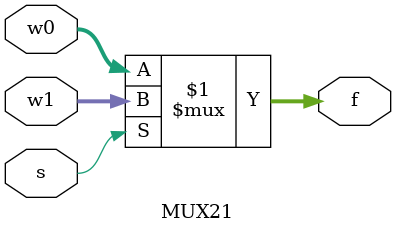
<source format=v>
module MUX21 (s,w0,w1,f);
input s;
  input [3:0]w0,w1;
  output [3:0]f;

assign f=s?w1:w0;


endmodule 
</source>
